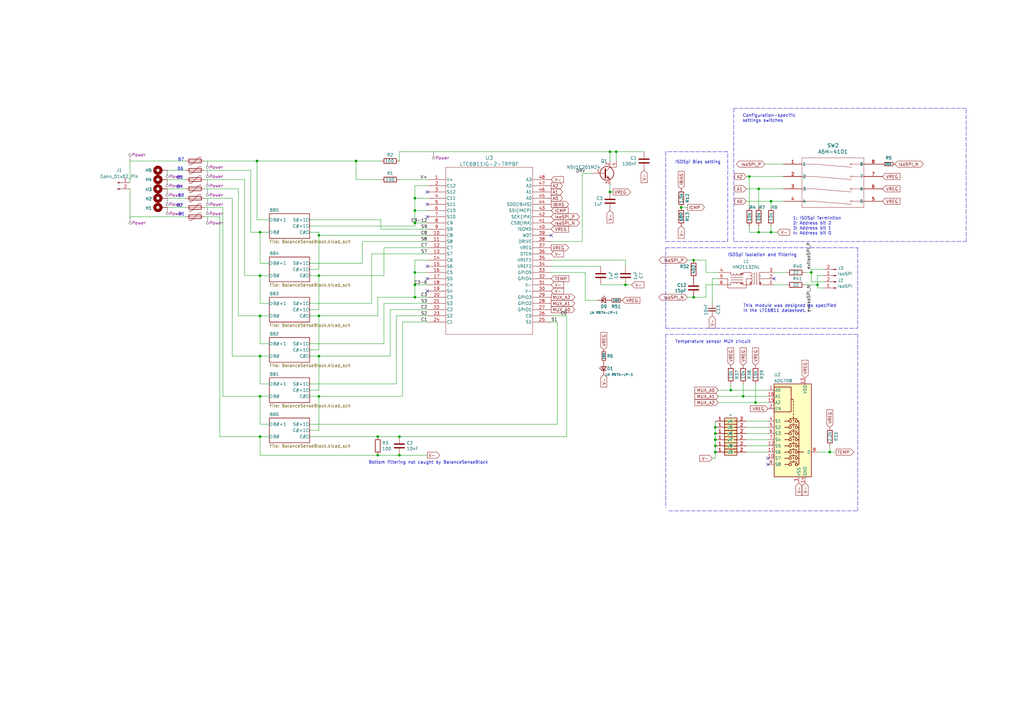
<source format=kicad_sch>
(kicad_sch (version 20231120) (generator "eeschema") (generator_version "8.0")
  (paper "A3")
  (lib_symbols
    (symbol "Connector:Conn_01x02_Pin" (pin_names (offset 1.016) hide)
      (property "Reference" "J" (at 0 2.54 0))
      (property "Value" "Conn_01x02_Pin" (at 0 -5.08 0))
      (symbol "Conn_01x02_Pin_1_1"
        (pin passive line (at 5.08 0 180) (length 3.81) (name "Pin_1") (number "1"))
        (pin passive line (at 5.08 -2.54 180) (length 3.81) (name "Pin_2") (number "2"))
      )
    )
    (symbol "Connector_Generic:Conn_02x01" (pin_names (offset 1.016) hide)
      (property "Reference" "J" (at 1.27 2.54 0))
      (property "Value" "Conn_02x01" (at 1.27 -2.54 0))
      (symbol "Conn_02x01_1_1"
        (pin passive line (at -5.08 0 0) (length 3.81) (name "Pin_1") (number "1"))
        (pin passive line (at 7.62 0 180) (length 3.81) (name "Pin_2") (number "2"))
      )
    )
    (symbol "Device:C" (pin_numbers hide) (pin_names (offset 0.254))
      (property "Reference" "C" (at 0.635 2.54 0))
      (property "Value" "C" (at 0.635 -2.54 0))
      (symbol "C_1_1"
        (pin passive line (at 0 3.81 270) (length 2.794) (name "~") (number "1"))
        (pin passive line (at 0 -3.81 90) (length 2.794) (name "~") (number "2"))
      )
    )
    (symbol "Device:C_Small" (pin_numbers hide) (pin_names (offset 0.254) hide)
      (property "Reference" "C" (at 0.254 1.778 0))
      (property "Value" "C_Small" (at 0.254 -2.032 0))
      (symbol "C_Small_1_1"
        (pin passive line (at 0 2.54 270) (length 2.032) (name "~") (number "1"))
        (pin passive line (at 0 -2.54 90) (length 2.032) (name "~") (number "2"))
      )
    )
    (symbol "Device:LED_Small" (pin_numbers hide) (pin_names (offset 0.254) hide)
      (property "Reference" "D" (at -1.27 3.175 0))
      (property "Value" "LED_Small" (at -4.445 -2.54 0))
      (symbol "LED_Small_1_1"
        (pin passive line (at -2.54 0 0) (length 1.778) (name "K") (number "1"))
        (pin passive line (at 2.54 0 180) (length 1.778) (name "A") (number "2"))
      )
    )
    (symbol "Device:Polyfuse" (pin_numbers hide) (pin_names (offset 0))
      (property "Reference" "F" (at -2.54 0 90))
      (property "Value" "Polyfuse" (at 2.54 0 90))
      (symbol "Polyfuse_1_1"
        (pin passive line (at 0 3.81 270) (length 1.27) (name "~") (number "1"))
        (pin passive line (at 0 -3.81 90) (length 1.27) (name "~") (number "2"))
      )
    )
    (symbol "Device:Q_NPN_BCEC" (pin_names (offset 0) hide)
      (property "Reference" "Q" (at 5.08 1.27 0))
      (property "Value" "Q_NPN_BCEC" (at 5.08 -1.27 0))
      (symbol "Q_NPN_BCEC_1_1"
        (pin input line (at -5.08 0 0) (length 5.715) (name "B") (number "1"))
        (pin passive line (at 2.54 5.08 270) (length 2.54) (name "C") (number "2"))
        (pin passive line (at 2.54 -5.08 90) (length 2.54) (name "E") (number "3"))
        (pin passive line (at 5.08 5.08 270) (length 2.54) (name "C") (number "4"))
      )
    )
    (symbol "Device:R" (pin_numbers hide) (pin_names (offset 0))
      (property "Reference" "R" (at 2.032 0 90))
      (property "Value" "R" (at 0 0 90))
      (symbol "R_1_1"
        (pin passive line (at 0 3.81 270) (length 1.27) (name "~") (number "1"))
        (pin passive line (at 0 -3.81 90) (length 1.27) (name "~") (number "2"))
      )
    )
    (symbol "Device:R_Small" (pin_numbers hide) (pin_names (offset 0.254) hide)
      (property "Reference" "R" (at 0.762 0.508 0))
      (property "Value" "R_Small" (at 0.762 -1.016 0))
      (symbol "R_Small_1_1"
        (pin passive line (at 0 2.54 270) (length 0.762) (name "~") (number "1"))
        (pin passive line (at 0 -2.54 90) (length 0.762) (name "~") (number "2"))
      )
    )
    (symbol "FSSymbols:ADG708" (pin_names (offset 0.254))
      (property "Reference" "U" (at -7.62 23.495 0))
      (property "Value" "ADG708" (at -7.62 21.59 0))
      (symbol "ADG708_1_1"
        (pin input line (at -10.16 15.24 0) (length 2.54) (name "A0") (number "1"))
        (pin bidirectional line (at -10.16 -12.7 0) (length 2.54) (name "S7") (number "10"))
        (pin bidirectional line (at -10.16 -10.16 0) (length 2.54) (name "S6") (number "11"))
        (pin bidirectional line (at -10.16 -7.62 0) (length 2.54) (name "S5") (number "12"))
        (pin power_in line (at 5.08 20.32 270) (length 2.54) (name "VDD") (number "13"))
        (pin power_in line (at 5.08 -22.86 90) (length 2.54) (name "GND") (number "14"))
        (pin input line (at -10.16 10.16 0) (length 2.54) (name "A2") (number "15"))
        (pin input line (at -10.16 12.7 0) (length 2.54) (name "A1") (number "16"))
        (pin input line (at -10.16 7.62 0) (length 2.54) (name "EN") (number "2"))
        (pin power_in line (at 2.54 -22.86 90) (length 2.54) (name "VSS") (number "3"))
        (pin bidirectional line (at -10.16 2.54 0) (length 2.54) (name "S1") (number "4"))
        (pin bidirectional line (at -10.16 0 0) (length 2.54) (name "S2") (number "5"))
        (pin bidirectional line (at -10.16 -2.54 0) (length 2.54) (name "S3") (number "6"))
        (pin bidirectional line (at -10.16 -5.08 0) (length 2.54) (name "S4") (number "7"))
        (pin bidirectional line (at 10.16 -10.16 180) (length 2.54) (name "D") (number "8"))
        (pin bidirectional line (at -10.16 -15.24 0) (length 2.54) (name "S8") (number "9"))
      )
    )
    (symbol "FSSymbols:HM2113ZNL" (pin_names (offset 0.254) hide)
      (property "Reference" "L" (at 0 7.62 0))
      (property "Value" "HM2113ZNL" (at 0 5.08 0))
      (symbol "HM2113ZNL_1_1"
        (pin passive line (at 11.43 -2.54 180) (length 2.54) (name "1") (number "1"))
        (pin passive line (at 11.43 0 180) (length 2.54) (name "2") (number "2"))
        (pin passive line (at 11.43 2.54 180) (length 2.54) (name "3") (number "3"))
        (pin passive line (at -11.43 2.54 0) (length 2.54) (name "4") (number "4"))
        (pin passive line (at -11.43 0 0) (length 2.54) (name "5") (number "5"))
        (pin passive line (at -11.43 -2.54 0) (length 2.54) (name "6") (number "6"))
      )
    )
    (symbol "FS_3_Global_Symbol_Library:A6H-4101" (pin_names (offset 0.254))
      (property "Reference" "SW" (at 20.32 7.62 0))
      (property "Value" "A6H-4101" (at 20.32 5.08 0))
      (symbol "A6H-4101_0_1"
        (pin unspecified line (at 0 0 0) (length 7.62) (name "1") (number "1"))
        (pin unspecified line (at 0 -5.08 0) (length 7.62) (name "2") (number "2"))
        (pin unspecified line (at 0 -10.16 0) (length 7.62) (name "3") (number "3"))
        (pin unspecified line (at 0 -15.24 0) (length 7.62) (name "4") (number "4"))
        (pin unspecified line (at 40.64 -15.24 180) (length 7.62) (name "5") (number "5"))
        (pin unspecified line (at 40.64 -10.16 180) (length 7.62) (name "6") (number "6"))
        (pin unspecified line (at 40.64 -5.08 180) (length 7.62) (name "7") (number "7"))
        (pin unspecified line (at 40.64 0 180) (length 7.62) (name "8") (number "8"))
      )
    )
    (symbol "FS_3_Global_Symbol_Library:LTC6811IG-2-TRPBF" (pin_names (offset 0.254))
      (property "Reference" "U" (at 25.4 10.16 0))
      (property "Value" "LTC6811IG-2-TRPBF" (at 25.4 7.62 0))
      (symbol "LTC6811IG-2-TRPBF_0_1"
        (pin power_in line (at 0 0 0) (length 7.62) (name "V+") (number "1"))
        (pin input line (at 0 -22.86 0) (length 7.62) (name "C8") (number "10"))
        (pin bidirectional line (at 0 -25.4 0) (length 7.62) (name "S8") (number "11"))
        (pin input line (at 0 -27.94 0) (length 7.62) (name "C7") (number "12"))
        (pin bidirectional line (at 0 -30.48 0) (length 7.62) (name "S7") (number "13"))
        (pin input line (at 0 -33.02 0) (length 7.62) (name "C6") (number "14"))
        (pin bidirectional line (at 0 -35.56 0) (length 7.62) (name "S6") (number "15"))
        (pin input line (at 0 -38.1 0) (length 7.62) (name "C5") (number "16"))
        (pin bidirectional line (at 0 -40.64 0) (length 7.62) (name "S5") (number "17"))
        (pin input line (at 0 -43.18 0) (length 7.62) (name "C4") (number "18"))
        (pin bidirectional line (at 0 -45.72 0) (length 7.62) (name "S4") (number "19"))
        (pin input line (at 0 -2.54 0) (length 7.62) (name "C12") (number "2"))
        (pin input line (at 0 -48.26 0) (length 7.62) (name "C3") (number "20"))
        (pin bidirectional line (at 0 -50.8 0) (length 7.62) (name "S3") (number "21"))
        (pin input line (at 0 -53.34 0) (length 7.62) (name "C2") (number "22"))
        (pin bidirectional line (at 0 -55.88 0) (length 7.62) (name "S2") (number "23"))
        (pin input line (at 0 -58.42 0) (length 7.62) (name "C1") (number "24"))
        (pin bidirectional line (at 50.8 -58.42 180) (length 7.62) (name "S1") (number "25"))
        (pin input line (at 50.8 -55.88 180) (length 7.62) (name "C0") (number "26"))
        (pin bidirectional line (at 50.8 -53.34 180) (length 7.62) (name "GPIO1") (number "27"))
        (pin bidirectional line (at 50.8 -50.8 180) (length 7.62) (name "GPIO2") (number "28"))
        (pin bidirectional line (at 50.8 -48.26 180) (length 7.62) (name "GPIO3") (number "29"))
        (pin bidirectional line (at 0 -5.08 0) (length 7.62) (name "S12") (number "3"))
        (pin power_in line (at 50.8 -45.72 180) (length 7.62) (name "V-") (number "30"))
        (pin power_in line (at 50.8 -43.18 180) (length 7.62) (name "V-") (number "31"))
        (pin bidirectional line (at 50.8 -40.64 180) (length 7.62) (name "GPIO4") (number "32"))
        (pin bidirectional line (at 50.8 -38.1 180) (length 7.62) (name "GPIO5") (number "33"))
        (pin power_in line (at 50.8 -35.56 180) (length 7.62) (name "VREF2") (number "34"))
        (pin power_in line (at 50.8 -33.02 180) (length 7.62) (name "VREF1") (number "35"))
        (pin input line (at 50.8 -30.48 180) (length 7.62) (name "DTEN") (number "36"))
        (pin power_in line (at 50.8 -27.94 180) (length 7.62) (name "VREG") (number "37"))
        (pin power_in line (at 50.8 -25.4 180) (length 7.62) (name "DRIVE") (number "38"))
        (pin output line (at 50.8 -22.86 180) (length 7.62) (name "WDT") (number "39"))
        (pin input line (at 0 -7.62 0) (length 7.62) (name "C11") (number "4"))
        (pin unspecified line (at 50.8 -20.32 180) (length 7.62) (name "ISOMD") (number "40"))
        (pin bidirectional line (at 50.8 -17.78 180) (length 7.62) (name "CSB(IMA)") (number "41"))
        (pin bidirectional line (at 50.8 -15.24 180) (length 7.62) (name "SCK(IPA)") (number "42"))
        (pin unspecified line (at 50.8 -12.7 180) (length 7.62) (name "SDI(IMCP)") (number "43"))
        (pin unspecified line (at 50.8 -10.16 180) (length 7.62) (name "SDO(IBIAS)") (number "44"))
        (pin input line (at 50.8 -7.62 180) (length 7.62) (name "A0") (number "45"))
        (pin input line (at 50.8 -5.08 180) (length 7.62) (name "A1") (number "46"))
        (pin input line (at 50.8 -2.54 180) (length 7.62) (name "A2") (number "47"))
        (pin input line (at 50.8 0 180) (length 7.62) (name "A3") (number "48"))
        (pin bidirectional line (at 0 -10.16 0) (length 7.62) (name "S11") (number "5"))
        (pin input line (at 0 -12.7 0) (length 7.62) (name "C10") (number "6"))
        (pin bidirectional line (at 0 -15.24 0) (length 7.62) (name "S10") (number "7"))
        (pin input line (at 0 -17.78 0) (length 7.62) (name "C9") (number "8"))
        (pin bidirectional line (at 0 -20.32 0) (length 7.62) (name "S9") (number "9"))
      )
    )
    (symbol "Mechanical:MountingHole_Pad" (pin_numbers hide) (pin_names (offset 1.016) hide) (exclude_from_sim yes) (in_bom no)
      (property "Reference" "H" (at 0 6.35 0))
      (property "Value" "MountingHole_Pad" (at 0 4.445 0))
      (symbol "MountingHole_Pad_1_1"
        (pin input line (at 0 -2.54 90) (length 2.54) (name "1") (number "1"))
      )
    )
  )
  (junction (at 170.18 116.84))
  (junction (at 340.36 185.42))
  (junction (at 106.68 113.03))
  (junction (at 130.81 113.03))
  (junction (at 284.48 121.92))
  (junction (at 130.81 129.54))
  (junction (at 106.68 95.25))
  (junction (at 250.19 78.74))
  (junction (at 170.18 111.76))
  (junction (at 293.37 185.42))
  (junction (at 146.05 66.04))
  (junction (at 304.8 162.56))
  (junction (at 105.41 66.04))
  (junction (at 170.18 91.44))
  (junction (at 284.48 106.68))
  (junction (at 293.37 177.8))
  (junction (at 299.72 160.02))
  (junction (at 311.15 95.25))
  (junction (at 256.54 116.84))
  (junction (at 106.68 162.56))
  (junction (at 163.83 186.69))
  (junction (at 279.4 85.09))
  (junction (at 154.94 186.69))
  (junction (at 252.73 62.23))
  (junction (at 106.68 146.05))
  (junction (at 130.81 162.56))
  (junction (at 130.81 146.05))
  (junction (at 332.74 111.76))
  (junction (at 316.23 95.25))
  (junction (at 170.18 121.92))
  (junction (at 250.19 62.23))
  (junction (at 106.68 179.07))
  (junction (at 170.18 81.28))
  (junction (at 154.94 179.07))
  (junction (at 293.37 180.34))
  (junction (at 335.28 116.84))
  (junction (at 130.81 96.52))
  (junction (at 170.18 86.36))
  (junction (at 309.88 165.1))
  (junction (at 106.68 129.54))
  (junction (at 307.34 72.39))
  (junction (at 293.37 182.88))
  (junction (at 311.15 77.47))
  (junction (at 316.23 82.55))
  (junction (at 293.37 175.26))
  (junction (at 163.83 179.07))
  (no_connect (at 175.26 109.22))
  (no_connect (at 314.96 190.5))
  (no_connect (at 175.26 88.9))
  (no_connect (at 317.5 114.3))
  (no_connect (at 175.26 119.38))
  (no_connect (at 314.96 187.96))
  (no_connect (at 175.26 114.3))
  (no_connect (at 175.26 78.74))
  (no_connect (at 226.06 96.52))
  (no_connect (at 175.26 83.82))
  (wire (pts (xy 251.46 78.74) (xy 250.19 78.74)))
  (wire (pts (xy 127 92.71) (xy 170.18 92.71)))
  (wire (pts (xy 311.15 77.47) (xy 311.15 85.09)))
  (wire (pts (xy 335.28 116.84) (xy 330.2 116.84)))
  (wire (pts (xy 335.28 116.84) (xy 335.28 118.11)))
  (wire (pts (xy 110.49 107.95) (xy 106.68 107.95)))
  (wire (pts (xy 127 162.56) (xy 130.81 162.56)))
  (polyline (pts (xy 351.79 209.55) (xy 351.79 137.16)) (stroke (width 0) (type dash)))
  (wire (pts (xy 163.83 62.23) (xy 250.19 62.23)))
  (wire (pts (xy 100.33 113.03) (xy 106.68 113.03)))
  (wire (pts (xy 311.15 95.25) (xy 311.15 92.71)))
  (wire (pts (xy 97.79 129.54) (xy 106.68 129.54)))
  (wire (pts (xy 106.68 113.03) (xy 106.68 124.46)))
  (wire (pts (xy 170.18 92.71) (xy 170.18 91.44)))
  (wire (pts (xy 170.18 106.68) (xy 175.26 106.68)))
  (wire (pts (xy 170.18 111.76) (xy 170.18 106.68)))
  (wire (pts (xy 314.96 185.42) (xy 306.07 185.42)))
  (wire (pts (xy 293.37 175.26) (xy 293.37 177.8)))
  (wire (pts (xy 90.17 179.07) (xy 106.68 179.07)))
  (wire (pts (xy 106.68 140.97) (xy 110.49 140.97)))
  (wire (pts (xy 152.4 104.14) (xy 152.4 124.46)))
  (wire (pts (xy 106.68 95.25) (xy 106.68 107.95)))
  (wire (pts (xy 228.6 132.08) (xy 228.6 173.99)))
  (wire (pts (xy 110.49 173.99) (xy 106.68 173.99)))
  (wire (pts (xy 170.18 76.2) (xy 175.26 76.2)))
  (wire (pts (xy 106.68 162.56) (xy 110.49 162.56)))
  (wire (pts (xy 127 140.97) (xy 157.48 140.97)))
  (wire (pts (xy 332.74 111.76) (xy 332.74 115.57)))
  (wire (pts (xy 340.36 182.88) (xy 340.36 185.42)))
  (wire (pts (xy 160.02 146.05) (xy 160.02 127)))
  (wire (pts (xy 330.2 111.76) (xy 332.74 111.76)))
  (wire (pts (xy 154.94 121.92) (xy 154.94 129.54)))
  (wire (pts (xy 154.94 121.92) (xy 170.18 121.92)))
  (wire (pts (xy 165.1 132.08) (xy 165.1 162.56)))
  (wire (pts (xy 91.44 162.56) (xy 106.68 162.56)))
  (wire (pts (xy 53.34 66.04) (xy 76.2 66.04)))
  (wire (pts (xy 127 110.49) (xy 130.81 110.49)))
  (wire (pts (xy 246.38 116.84) (xy 256.54 116.84)))
  (wire (pts (xy 146.05 66.04) (xy 156.21 66.04)))
  (polyline (pts (xy 274.32 209.55) (xy 351.79 209.55)) (stroke (width 0) (type dash)))
  (wire (pts (xy 130.81 96.52) (xy 130.81 110.49)))
  (wire (pts (xy 110.49 157.48) (xy 106.68 157.48)))
  (wire (pts (xy 232.41 179.07) (xy 232.41 129.54)))
  (wire (pts (xy 306.07 82.55) (xy 316.23 82.55)))
  (wire (pts (xy 102.87 95.25) (xy 106.68 95.25)))
  (wire (pts (xy 127 143.51) (xy 130.81 143.51)))
  (wire (pts (xy 335.28 113.03) (xy 337.82 113.03)))
  (wire (pts (xy 148.59 99.06) (xy 175.26 99.06)))
  (wire (pts (xy 130.81 146.05) (xy 160.02 146.05)))
  (wire (pts (xy 322.58 116.84) (xy 317.5 116.84)))
  (wire (pts (xy 83.82 77.47) (xy 97.79 77.47)))
  (wire (pts (xy 127 157.48) (xy 162.56 157.48)))
  (wire (pts (xy 284.48 106.68) (xy 289.56 106.68)))
  (wire (pts (xy 314.96 180.34) (xy 306.07 180.34)))
  (wire (pts (xy 307.34 72.39) (xy 307.34 85.09)))
  (wire (pts (xy 293.37 180.34) (xy 293.37 182.88)))
  (wire (pts (xy 156.21 93.98) (xy 175.26 93.98)))
  (wire (pts (xy 130.81 129.54) (xy 154.94 129.54)))
  (wire (pts (xy 240.03 111.76) (xy 226.06 111.76)))
  (wire (pts (xy 106.68 173.99) (xy 106.68 162.56)))
  (wire (pts (xy 293.37 177.8) (xy 293.37 180.34)))
  (wire (pts (xy 106.68 124.46) (xy 110.49 124.46)))
  (wire (pts (xy 97.79 77.47) (xy 97.79 129.54)))
  (polyline (pts (xy 273.05 134.62) (xy 273.05 101.6)) (stroke (width 0) (type dash)))
  (wire (pts (xy 91.44 85.09) (xy 91.44 162.56)))
  (wire (pts (xy 293.37 172.72) (xy 293.37 175.26)))
  (wire (pts (xy 170.18 86.36) (xy 175.26 86.36)))
  (wire (pts (xy 289.56 111.76) (xy 294.64 111.76)))
  (wire (pts (xy 316.23 85.09) (xy 316.23 82.55)))
  (wire (pts (xy 152.4 104.14) (xy 175.26 104.14)))
  (wire (pts (xy 238.76 71.12) (xy 242.57 71.12)))
  (wire (pts (xy 226.06 129.54) (xy 232.41 129.54)))
  (wire (pts (xy 252.73 62.23) (xy 264.16 62.23)))
  (wire (pts (xy 83.82 81.28) (xy 95.25 81.28)))
  (wire (pts (xy 130.81 143.51) (xy 130.81 129.54)))
  (wire (pts (xy 148.59 107.95) (xy 148.59 99.06)))
  (wire (pts (xy 335.28 118.11) (xy 337.82 118.11)))
  (wire (pts (xy 250.19 62.23) (xy 252.73 62.23)))
  (wire (pts (xy 106.68 113.03) (xy 110.49 113.03)))
  (wire (pts (xy 154.94 179.07) (xy 163.83 179.07)))
  (wire (pts (xy 170.18 76.2) (xy 170.18 81.28)))
  (wire (pts (xy 165.1 132.08) (xy 175.26 132.08)))
  (wire (pts (xy 130.81 176.53) (xy 130.81 162.56)))
  (wire (pts (xy 289.56 106.68) (xy 289.56 111.76)))
  (wire (pts (xy 250.19 78.74) (xy 250.19 76.2)))
  (wire (pts (xy 127 90.17) (xy 156.21 90.17)))
  (wire (pts (xy 95.25 81.28) (xy 95.25 146.05)))
  (wire (pts (xy 130.81 113.03) (xy 127 113.03)))
  (wire (pts (xy 162.56 129.54) (xy 162.56 157.48)))
  (wire (pts (xy 332.74 110.49) (xy 332.74 111.76)))
  (wire (pts (xy 130.81 95.25) (xy 127 95.25)))
  (wire (pts (xy 105.41 66.04) (xy 146.05 66.04)))
  (wire (pts (xy 100.33 73.66) (xy 100.33 113.03)))
  (wire (pts (xy 105.41 66.04) (xy 105.41 90.17)))
  (wire (pts (xy 289.56 116.84) (xy 289.56 121.92)))
  (polyline (pts (xy 273.05 134.62) (xy 351.79 134.62)) (stroke (width 0) (type dash)))
  (wire (pts (xy 130.81 113.03) (xy 157.48 113.03)))
  (wire (pts (xy 130.81 146.05) (xy 127 146.05)))
  (wire (pts (xy 309.88 157.48) (xy 309.88 165.1)))
  (wire (pts (xy 106.68 157.48) (xy 106.68 146.05)))
  (wire (pts (xy 106.68 186.69) (xy 154.94 186.69)))
  (wire (pts (xy 228.6 132.08) (xy 226.06 132.08)))
  (wire (pts (xy 307.34 72.39) (xy 321.31 72.39)))
  (wire (pts (xy 316.23 92.71) (xy 316.23 95.25)))
  (wire (pts (xy 240.03 123.19) (xy 240.03 111.76)))
  (wire (pts (xy 110.49 90.17) (xy 105.41 90.17)))
  (wire (pts (xy 110.49 95.25) (xy 106.68 95.25)))
  (wire (pts (xy 293.37 185.42) (xy 293.37 187.96)))
  (wire (pts (xy 294.64 165.1) (xy 309.88 165.1)))
  (wire (pts (xy 130.81 160.02) (xy 130.81 146.05)))
  (wire (pts (xy 256.54 106.68) (xy 256.54 109.22)))
  (wire (pts (xy 68.58 69.85) (xy 76.2 69.85)))
  (wire (pts (xy 307.34 95.25) (xy 311.15 95.25)))
  (wire (pts (xy 175.26 91.44) (xy 170.18 91.44)))
  (wire (pts (xy 110.49 179.07) (xy 106.68 179.07)))
  (wire (pts (xy 162.56 129.54) (xy 175.26 129.54)))
  (wire (pts (xy 83.82 69.85) (xy 102.87 69.85)))
  (wire (pts (xy 170.18 111.76) (xy 175.26 111.76)))
  (polyline (pts (xy 396.24 44.45) (xy 300.99 44.45)) (stroke (width 0) (type dash)))
  (wire (pts (xy 170.18 121.92) (xy 175.26 121.92)))
  (wire (pts (xy 311.15 77.47) (xy 321.31 77.47)))
  (wire (pts (xy 252.73 66.04) (xy 252.73 62.23)))
  (wire (pts (xy 293.37 182.88) (xy 293.37 185.42)))
  (wire (pts (xy 95.25 146.05) (xy 106.68 146.05)))
  (wire (pts (xy 68.58 77.47) (xy 76.2 77.47)))
  (wire (pts (xy 292.1 187.96) (xy 293.37 187.96)))
  (wire (pts (xy 106.68 179.07) (xy 106.68 186.69)))
  (polyline (pts (xy 300.99 99.06) (xy 396.24 99.06)) (stroke (width 0) (type dash)))
  (wire (pts (xy 342.9 185.42) (xy 340.36 185.42)))
  (polyline (pts (xy 300.99 44.45) (xy 300.99 99.06)) (stroke (width 0) (type dash)))
  (polyline (pts (xy 273.05 62.23) (xy 273.05 99.06)) (stroke (width 0) (type dash)))
  (wire (pts (xy 304.8 162.56) (xy 314.96 162.56)))
  (wire (pts (xy 238.76 71.12) (xy 238.76 99.06)))
  (wire (pts (xy 110.49 129.54) (xy 106.68 129.54)))
  (wire (pts (xy 170.18 81.28) (xy 175.26 81.28)))
  (wire (pts (xy 289.56 116.84) (xy 294.64 116.84)))
  (wire (pts (xy 130.81 95.25) (xy 130.81 96.52)))
  (wire (pts (xy 157.48 101.6) (xy 157.48 113.03)))
  (wire (pts (xy 281.94 121.92) (xy 284.48 121.92)))
  (wire (pts (xy 170.18 81.28) (xy 170.18 86.36)))
  (wire (pts (xy 317.5 111.76) (xy 322.58 111.76)))
  (wire (pts (xy 306.07 172.72) (xy 314.96 172.72)))
  (polyline (pts (xy 273.05 137.16) (xy 273.05 208.28)) (stroke (width 0) (type dash)))
  (wire (pts (xy 170.18 116.84) (xy 175.26 116.84)))
  (wire (pts (xy 83.82 66.04) (xy 105.41 66.04)))
  (wire (pts (xy 130.81 129.54) (xy 127 129.54)))
  (wire (pts (xy 304.8 157.48) (xy 304.8 162.56)))
  (wire (pts (xy 53.34 88.9) (xy 76.2 88.9)))
  (wire (pts (xy 314.96 175.26) (xy 306.07 175.26)))
  (polyline (pts (xy 298.45 62.23) (xy 273.05 62.23)) (stroke (width 0) (type dash)))
  (wire (pts (xy 106.68 129.54) (xy 106.68 140.97)))
  (wire (pts (xy 130.81 113.03) (xy 130.81 127)))
  (polyline (pts (xy 298.45 99.06) (xy 298.45 62.23)) (stroke (width 0) (type dash)))
  (wire (pts (xy 130.81 162.56) (xy 165.1 162.56)))
  (wire (pts (xy 163.83 62.23) (xy 163.83 66.04)))
  (wire (pts (xy 335.28 116.84) (xy 335.28 113.03)))
  (polyline (pts (xy 396.24 99.06) (xy 396.24 44.45)) (stroke (width 0) (type dash)))
  (wire (pts (xy 316.23 95.25) (xy 311.15 95.25)))
  (wire (pts (xy 127 107.95) (xy 148.59 107.95)))
  (wire (pts (xy 83.82 85.09) (xy 91.44 85.09)))
  (wire (pts (xy 316.23 82.55) (xy 321.31 82.55)))
  (polyline (pts (xy 351.79 101.6) (xy 351.79 134.62)) (stroke (width 0) (type dash)))
  (wire (pts (xy 110.49 146.05) (xy 106.68 146.05)))
  (wire (pts (xy 299.72 157.48) (xy 299.72 160.02)))
  (wire (pts (xy 163.83 186.69) (xy 175.26 186.69)))
  (polyline (pts (xy 273.05 99.06) (xy 298.45 99.06)) (stroke (width 0) (type dash)))
  (polyline (pts (xy 273.05 101.6) (xy 351.79 101.6)) (stroke (width 0) (type dash)))
  (wire (pts (xy 127 160.02) (xy 130.81 160.02)))
  (wire (pts (xy 306.07 77.47) (xy 311.15 77.47)))
  (wire (pts (xy 170.18 111.76) (xy 170.18 116.84)))
  (wire (pts (xy 130.81 96.52) (xy 175.26 96.52)))
  (wire (pts (xy 156.21 73.66) (xy 146.05 73.66)))
  (wire (pts (xy 307.34 92.71) (xy 307.34 95.25)))
  (wire (pts (xy 226.06 109.22) (xy 246.38 109.22)))
  (wire (pts (xy 53.34 77.47) (xy 53.34 88.9)))
  (wire (pts (xy 156.21 90.17) (xy 156.21 93.98)))
  (wire (pts (xy 53.34 74.93) (xy 53.34 66.04)))
  (wire (pts (xy 146.05 66.04) (xy 146.05 73.66)))
  (wire (pts (xy 281.94 85.09) (xy 279.4 85.09)))
  (wire (pts (xy 127 173.99) (xy 228.6 173.99)))
  (wire (pts (xy 281.94 106.68) (xy 284.48 106.68)))
  (wire (pts (xy 127 127) (xy 130.81 127)))
  (polyline (pts (xy 351.79 137.16) (xy 273.05 137.16)) (stroke (width 0) (type dash)))
  (wire (pts (xy 284.48 121.92) (xy 289.56 121.92)))
  (wire (pts (xy 68.58 85.09) (xy 76.2 85.09)))
  (wire (pts (xy 226.06 106.68) (xy 256.54 106.68)))
  (wire (pts (xy 250.19 62.23) (xy 250.19 66.04)))
  (wire (pts (xy 90.17 88.9) (xy 90.17 179.07)))
  (wire (pts (xy 299.72 160.02) (xy 314.96 160.02)))
  (wire (pts (xy 127 124.46) (xy 152.4 124.46)))
  (wire (pts (xy 294.64 160.02) (xy 299.72 160.02)))
  (wire (pts (xy 332.74 115.57) (xy 337.82 115.57)))
  (wire (pts (xy 316.23 95.25) (xy 318.77 95.25)))
  (wire (pts (xy 226.06 99.06) (xy 238.76 99.06)))
  (wire (pts (xy 163.83 73.66) (xy 175.26 73.66)))
  (wire (pts (xy 313.69 67.31) (xy 321.31 67.31)))
  (wire (pts (xy 175.26 101.6) (xy 157.48 101.6)))
  (wire (pts (xy 170.18 116.84) (xy 170.18 121.92)))
  (wire (pts (xy 245.11 123.19) (xy 240.03 123.19)))
  (wire (pts (xy 306.07 72.39) (xy 307.34 72.39)))
  (wire (pts (xy 163.83 179.07) (xy 232.41 179.07)))
  (wire (pts (xy 294.64 162.56) (xy 304.8 162.56)))
  (wire (pts (xy 340.36 185.42) (xy 335.28 185.42)))
  (wire (pts (xy 256.54 116.84) (xy 259.08 116.84)))
  (wire (pts (xy 306.07 182.88) (xy 314.96 182.88)))
  (wire (pts (xy 160.02 127) (xy 175.26 127)))
  (wire (pts (xy 292.1 124.46) (xy 292.1 114.3)))
  (wire (pts (xy 154.94 186.69) (xy 163.83 186.69)))
  (wire (pts (xy 309.88 165.1) (xy 314.96 165.1)))
  (wire (pts (xy 292.1 114.3) (xy 294.64 114.3)))
  (wire (pts (xy 83.82 88.9) (xy 90.17 88.9)))
  (wire (pts (xy 127 176.53) (xy 130.81 176.53)))
  (wire (pts (xy 170.18 86.36) (xy 170.18 91.44)))
  (wire (pts (xy 306.07 177.8) (xy 314.96 177.8)))
  (wire (pts (xy 68.58 81.28) (xy 76.2 81.28)))
  (wire (pts (xy 83.82 73.66) (xy 100.33 73.66)))
  (wire (pts (xy 157.48 124.46) (xy 157.48 140.97)))
  (wire (pts (xy 127 179.07) (xy 154.94 179.07)))
  (wire (pts (xy 68.58 73.66) (xy 76.2 73.66)))
  (wire (pts (xy 157.48 124.46) (xy 175.26 124.46)))
  (wire (pts (xy 337.82 110.49) (xy 332.74 110.49)))
  (wire (pts (xy 102.87 69.85) (xy 102.87 95.25)))
  (text "ISOSpi Bias setting" (at 276.86 67.31 0) (effects (font (size 1.27 1.27)) (justify left bottom)))
  (text "B6\n" (at 72.644 70.104 0) (effects (font (size 1.27 1.27)) (justify left bottom)))
  (text "This module was designed as specified\nin the LTC6811 datasheet." (at 304.8 128.27 0) (effects (font (size 1.27 1.27)) (justify left bottom)))
  (text "B5\n" (at 72.39 73.66 0) (effects (font (size 1.27 1.27)) (justify left bottom)))
  (text "Configuration-specific\nsettings switches" (at 304.546 50.292 0) (effects (font (size 1.27 1.27)) (justify left bottom)))
  (text "1: ISOSpi Termintion\n2: Address bit 2\n3: Address bit 1\n4: Address bit 0" (at 325.12 96.52 0) (effects (font (size 1.27 1.27)) (justify left bottom)))
  (text "Bottom filtering not caught by BalanceSenseBlock" (at 151.13 190.5 0) (effects (font (size 1.27 1.27)) (justify left bottom)))
  (text "B4" (at 72.39 77.47 0) (effects (font (size 1.27 1.27)) (justify left bottom)))
  (text "B2\n" (at 72.39 85.09 0) (effects (font (size 1.27 1.27)) (justify left bottom)))
  (text "Temperature sensor MUX circuit" (at 276.86 140.97 0) (effects (font (size 1.27 1.27)) (justify left bottom)))
  (text "B7" (at 72.898 66.294 0) (effects (font (size 1.27 1.27)) (justify left bottom)))
  (text "ISOSpi isolation and filtering" (at 298.45 105.41 0) (effects (font (size 1.27 1.27)) (justify left bottom)))
  (text "B3\n" (at 72.898 81.026 0) (effects (font (size 1.27 1.27)) (justify left bottom)))
  (text "B1\n" (at 73.152 88.646 0) (effects (font (size 1.27 1.27)) (justify left bottom)))
  (label "S2" (at 175.26 129.54 180))
  (label "C3" (at 175.26 121.92 180))
  (label "DRV" (at 240.03 71.12 180))
  (label "V+" (at 175.26 73.66 180))
  (label "C3-6" (at 175.26 116.84 180))
  (label "S7" (at 175.26 104.14 180))
  (label "C9-12" (at 175.26 91.44 180))
  (label "C7" (at 175.26 101.6 180))
  (label "S3" (at 175.26 124.46 180))
  (label "C8" (at 175.26 96.52 180))
  (label "S8" (at 175.26 99.06 180))
  (label "C2" (at 175.26 127 180))
  (label "C0" (at 229.87 129.54 0))
  (label "extIsoSPI_N" (at 332.74 116.84 270))
  (label "extIsoSPI_P" (at 332.74 110.49 90))
  (label "S9" (at 175.26 93.98 180))
  (label "S1" (at 226.06 132.08 0))
  (label "C1" (at 175.26 132.08 180))
  (global_label "V-" (shape input) (at 327.66 198.12 270) (property "Intersheetrefs" "${INTERSHEET_REFS}" (effects (hide yes))))
  (global_label "IsoSPI_P" (shape bidirectional) (at 281.94 106.68 180) (property "Intersheetrefs" "${INTERSHEET_REFS}" (effects (hide yes))))
  (global_label "VREG" (shape input) (at 226.06 93.98 0) (property "Intersheetrefs" "${INTERSHEET_REFS}" (effects (hide yes))))
  (global_label "VREG" (shape input) (at 314.96 167.64 180) (property "Intersheetrefs" "${INTERSHEET_REFS}" (effects (hide yes))))
  (global_label "A0" (shape input) (at 306.07 82.55 180) (property "Intersheetrefs" "${INTERSHEET_REFS}" (effects (hide yes))))
  (global_label "VREG" (shape input) (at 309.88 149.86 90) (property "Intersheetrefs" "${INTERSHEET_REFS}" (effects (hide yes))))
  (global_label "ICMP" (shape output) (at 281.94 85.09 0) (property "Intersheetrefs" "${INTERSHEET_REFS}" (effects (hide yes))))
  (global_label "MUX_A0" (shape output) (at 226.06 127 0) (property "Intersheetrefs" "${INTERSHEET_REFS}" (effects (hide yes))))
  (global_label "V-" (shape input) (at 330.2 198.12 270) (property "Intersheetrefs" "${INTERSHEET_REFS}" (effects (hide yes))))
  (global_label "TEMP" (shape input) (at 226.06 114.3 0) (property "Intersheetrefs" "${INTERSHEET_REFS}" (effects (hide yes))))
  (global_label "V-" (shape output) (at 175.26 186.69 0) (property "Intersheetrefs" "${INTERSHEET_REFS}" (effects (hide yes))))
  (global_label "V-" (shape input) (at 226.06 73.66 0) (property "Intersheetrefs" "${INTERSHEET_REFS}" (effects (hide yes))))
  (global_label "IsoSPI_P" (shape bidirectional) (at 313.69 67.31 180) (property "Intersheetrefs" "${INTERSHEET_REFS}" (effects (hide yes))))
  (global_label "V-" (shape input) (at 226.06 119.38 0) (property "Intersheetrefs" "${INTERSHEET_REFS}" (effects (hide yes))))
  (global_label "V-" (shape input) (at 250.19 86.36 270) (property "Intersheetrefs" "${INTERSHEET_REFS}" (effects (hide yes))))
  (global_label "VREG" (shape input) (at 361.95 82.55 0) (property "Intersheetrefs" "${INTERSHEET_REFS}" (effects (hide yes))))
  (global_label "VREG" (shape input) (at 255.27 123.19 0) (property "Intersheetrefs" "${INTERSHEET_REFS}" (effects (hide yes))))
  (global_label "IsoSPI_N" (shape bidirectional) (at 226.06 91.44 0) (property "Intersheetrefs" "${INTERSHEET_REFS}" (effects (hide yes))))
  (global_label "A1" (shape output) (at 226.06 78.74 0) (property "Intersheetrefs" "${INTERSHEET_REFS}" (effects (hide yes))))
  (global_label "IsoSPI_N" (shape bidirectional) (at 281.94 121.92 180) (property "Intersheetrefs" "${INTERSHEET_REFS}" (effects (hide yes))))
  (global_label "V-" (shape input) (at 318.77 95.25 0) (property "Intersheetrefs" "${INTERSHEET_REFS}" (effects (hide yes))))
  (global_label "MUX_A1" (shape output) (at 226.06 124.46 0) (property "Intersheetrefs" "${INTERSHEET_REFS}" (effects (hide yes))))
  (global_label "V-" (shape input) (at 247.65 153.67 270) (property "Intersheetrefs" "${INTERSHEET_REFS}" (effects (hide yes))))
  (global_label "VREG" (shape output) (at 251.46 78.74 0) (property "Intersheetrefs" "${INTERSHEET_REFS}" (effects (hide yes))))
  (global_label "VREG" (shape input) (at 304.8 149.86 90) (property "Intersheetrefs" "${INTERSHEET_REFS}" (effects (hide yes))))
  (global_label "V-" (shape input) (at 264.16 69.85 270) (property "Intersheetrefs" "${INTERSHEET_REFS}" (effects (hide yes))))
  (global_label "IsoSPI_P" (shape bidirectional) (at 226.06 88.9 0) (property "Intersheetrefs" "${INTERSHEET_REFS}" (effects (hide yes))))
  (global_label "V-" (shape input) (at 226.06 104.14 0) (property "Intersheetrefs" "${INTERSHEET_REFS}" (effects (hide yes))))
  (global_label "ICMP" (shape input) (at 226.06 86.36 0) (property "Intersheetrefs" "${INTERSHEET_REFS}" (effects (hide yes))))
  (global_label "VREG" (shape input) (at 299.72 149.86 90) (property "Intersheetrefs" "${INTERSHEET_REFS}" (effects (hide yes))))
  (global_label "V-" (shape input) (at 292.1 129.54 270) (property "Intersheetrefs" "${INTERSHEET_REFS}" (effects (hide yes))))
  (global_label "A0" (shape output) (at 226.06 81.28 0) (property "Intersheetrefs" "${INTERSHEET_REFS}" (effects (hide yes))))
  (global_label "TEMP" (shape output) (at 342.9 185.42 0) (property "Intersheetrefs" "${INTERSHEET_REFS}" (effects (hide yes))))
  (global_label "V-" (shape input) (at 259.08 116.84 0) (property "Intersheetrefs" "${INTERSHEET_REFS}" (effects (hide yes))))
  (global_label "VREG" (shape input) (at 361.95 77.47 0) (property "Intersheetrefs" "${INTERSHEET_REFS}" (effects (hide yes))))
  (global_label "VREG" (shape input) (at 330.2 154.94 90) (property "Intersheetrefs" "${INTERSHEET_REFS}" (effects (hide yes))))
  (global_label "VREG" (shape input) (at 247.65 143.51 90) (property "Intersheetrefs" "${INTERSHEET_REFS}" (effects (hide yes))))
  (global_label "VREG" (shape input) (at 361.95 72.39 0) (property "Intersheetrefs" "${INTERSHEET_REFS}" (effects (hide yes))))
  (global_label "V-" (shape input) (at 292.1 187.96 180) (property "Intersheetrefs" "${INTERSHEET_REFS}" (effects (hide yes))))
  (global_label "V-" (shape input) (at 226.06 116.84 0) (property "Intersheetrefs" "${INTERSHEET_REFS}" (effects (hide yes))))
  (global_label "A2" (shape input) (at 306.07 72.39 180) (property "Intersheetrefs" "${INTERSHEET_REFS}" (effects (hide yes))))
  (global_label "V-" (shape input) (at 279.4 92.71 270) (property "Intersheetrefs" "${INTERSHEET_REFS}" (effects (hide yes))))
  (global_label "IBIAS" (shape input) (at 279.4 77.47 90) (property "Intersheetrefs" "${INTERSHEET_REFS}" (effects (hide yes))))
  (global_label "A1" (shape input) (at 306.07 77.47 180) (property "Intersheetrefs" "${INTERSHEET_REFS}" (effects (hide yes))))
  (global_label "MUX_A2" (shape output) (at 226.06 121.92 0) (property "Intersheetrefs" "${INTERSHEET_REFS}" (effects (hide yes))))
  (global_label "MUX_A2" (shape input) (at 294.64 165.1 180) (property "Intersheetrefs" "${INTERSHEET_REFS}" (effects (hide yes))))
  (global_label "IBIAS" (shape output) (at 226.06 83.82 0) (property "Intersheetrefs" "${INTERSHEET_REFS}" (effects (hide yes))))
  (global_label "MUX_A1" (shape input) (at 294.64 162.56 180) (property "Intersheetrefs" "${INTERSHEET_REFS}" (effects (hide yes))))
  (global_label "VREG" (shape output) (at 226.06 101.6 0) (property "Intersheetrefs" "${INTERSHEET_REFS}" (effects (hide yes))))
  (global_label "VREG" (shape input) (at 340.36 175.26 90) (property "Intersheetrefs" "${INTERSHEET_REFS}" (effects (hide yes))))
  (global_label "MUX_A0" (shape input) (at 294.64 160.02 180) (property "Intersheetrefs" "${INTERSHEET_REFS}" (effects (hide yes))))
  (global_label "A2" (shape output) (at 226.06 76.2 0) (property "Intersheetrefs" "${INTERSHEET_REFS}" (effects (hide yes))))
  (global_label "IsoSPI_N" (shape bidirectional) (at 367.03 67.31 0) (property "Intersheetrefs" "${INTERSHEET_REFS}" (effects (hide yes))))
  (netclass_flag "" (length 2.54) (shape round) (at 85.09 81.28 180) (property "Netclass" "Power" (at 85.6996 83.82 0) (effects (font (italic yes)) (justify left))))
  (netclass_flag "" (length 2.54) (shape round) (at 53.34 66.04 0) (property "Netclass" "Power" (at 53.9496 63.5 0) (effects (font (italic yes)) (justify left))))
  (netclass_flag "" (length 2.54) (shape round) (at 85.09 85.09 180) (property "Netclass" "Power" (at 85.6996 87.63 0) (effects (font (italic yes)) (justify left))))
  (netclass_flag "" (length 2.54) (shape round) (at 68.58 73.66 180) (property "Netclass" "Power" (at 69.1896 76.2 0) (effects (font (italic yes)) (justify left))))
  (netclass_flag "" (length 2.54) (shape round) (at 53.34 88.9 180) (property "Netclass" "Power" (at 53.9496 91.44 0) (effects (font (italic yes)) (justify left))))
  (netclass_flag "" (length 2.54) (shape round) (at 68.58 77.47 180) (property "Netclass" "Power" (at 69.1896 80.01 0) (effects (font (italic yes)) (justify left))))
  (netclass_flag "" (length 2.54) (shape round) (at 85.09 77.47 180) (property "Netclass" "Power" (at 85.6996 80.01 0) (effects (font (italic yes)) (justify left))))
  (netclass_flag "" (length 2.54) (shape round) (at 85.09 88.9 180) (property "Netclass" "Power" (at 85.6996 91.44 0) (effects (font (italic yes)) (justify left))))
  (netclass_flag "" (length 2.54) (shape round) (at 68.58 81.28 180) (property "Netclass" "Power" (at 69.1896 83.82 0) (effects (font (italic yes)) (justify left))))
  (netclass_flag "" (length 2.54) (shape round) (at 68.58 69.85 180) (property "Netclass" "Power" (at 69.1896 72.39 0) (effects (font (italic yes)) (justify left))))
  (netclass_flag "" (length 2.54) (shape round) (at 68.58 85.09 180) (property "Netclass" "Power" (at 69.1896 87.63 0) (effects (font (italic yes)) (justify left))))
  (netclass_flag "" (length 2.54) (shape round) (at 85.09 69.85 180) (property "Netclass" "Power" (at 85.6996 72.39 0) (effects (font (italic yes)) (justify left))))
  (netclass_flag "" (length 2.54) (shape round) (at 85.09 73.66 180) (property "Netclass" "Power" (at 85.6996 76.2 0) (effects (font (italic yes)) (justify left))))
  (netclass_flag "" (length 2.54) (shape round) (at 85.09 66.04 180) (property "Netclass" "Power" (at 85.6996 68.58 0) (effects (font (italic yes)) (justify left))))
  (netclass_flag "" (length 2.54) (shape round) (at 177.8 62.23 180) (property "Netclass" "Power" (at 178.4096 64.77 0) (effects (font (italic yes)) (justify left))))
  (symbol (lib_id "Device:R") (at 160.02 66.04 270) (unit 1)
    (property "Reference" "R2" (at 160.02 63.5 90))
    (property "Value" "100" (at 159.766 66.04 90))
    (property "Footprint" "Resistor_SMD:R_0805_2012Metric_Pad1.20x1.40mm_HandSolder" (effects (hide yes)))
  )
  (symbol (lib_id "Device:R") (at 279.4 81.28 180) (unit 1)
    (property "Reference" "R12" (at 281.94 81.28 90))
    (property "Value" "1.5k" (at 279.4 81.28 90))
    (property "Footprint" "Resistor_SMD:R_0805_2012Metric_Pad1.20x1.40mm_HandSolder" (effects (hide yes)))
  )
  (symbol (lib_id "Connector:Conn_01x02_Pin") (at 342.9 113.03 180) (unit 1)
    (property "Reference" "J3" (at 343.5858 109.982 0) (effects (justify right)))
    (property "Value" "IsoSPI" (at 343.5858 112.2934 0) (effects (justify right)))
    (property "Footprint" "Connector_Molex:Molex_Nano-Fit_105313-xx02_1x02_P2.50mm_Horizontal" (effects (hide yes)))
    (property "Description" "Generic connector, single row, 01x02, script generated" (effects (hide yes)))
  )
  (symbol (lib_id "Device:R") (at 279.4 88.9 180) (unit 1)
    (property "Reference" "R13" (at 281.94 88.9 90))
    (property "Value" "680" (at 279.4 88.9 90))
    (property "Footprint" "Resistor_SMD:R_0805_2012Metric_Pad1.20x1.40mm_HandSolder" (effects (hide yes)))
  )
  (symbol (lib_id "Device:Q_NPN_BCEC") (at 247.65 71.12 0) (unit 1)
    (property "Reference" "Q1" (at 246.38 66.04 0) (effects (justify left)))
    (property "Value" "NSV1C201MZ4" (at 232.41 68.58 0) (effects (justify left)))
    (property "Footprint" "Package_TO_SOT_SMD:SOT-223" (effects (hide yes)))
    (property "Datasheet" "https://www.onsemi.com/pub/Collateral/NSS1C201MZ4-D.PDF" (effects (hide yes)))
  )
  (symbol (lib_id "Device:C") (at 250.19 82.55 0) (mirror y) (unit 1)
    (property "Reference" "C3" (at 247.269 81.3816 0) (effects (justify left)))
    (property "Value" "1uF" (at 247.269 83.693 0) (effects (justify left)))
    (property "Footprint" "Capacitor_SMD:C_0805_2012Metric_Pad1.18x1.45mm_HandSolder" (effects (hide yes)))
  )
  (symbol (lib_id "Device:C") (at 264.16 66.04 0) (mirror y) (unit 1)
    (property "Reference" "C1" (at 261.239 64.8716 0) (effects (justify left)))
    (property "Value" "100nF" (at 261.239 67.183 0) (effects (justify left)))
    (property "Footprint" "Capacitor_SMD:C_0805_2012Metric_Pad1.18x1.45mm_HandSolder" (effects (hide yes)))
  )
  (symbol (lib_id "FSSymbols:ADG708") (at 325.12 175.26 0) (unit 1)
    (property "Reference" "U2" (at 317.5 153.67 0) (effects (justify left)))
    (property "Value" "ADG708" (at 317.5 156.21 0) (effects (justify left)))
    (property "Footprint" "Package_SO:TSSOP-16_4.4x5mm_P0.65mm" (effects (hide yes)))
    (property "Datasheet" "https://www.analog.com/media/en/technical-documentation/data-sheets/ADG708_709.pdf" (effects (hide yes)))
  )
  (symbol (lib_id "Device:C") (at 256.54 113.03 180) (unit 1)
    (property "Reference" "C7" (at 262.9408 113.03 90))
    (property "Value" "1uF" (at 260.6294 113.03 90))
    (property "Footprint" "Capacitor_SMD:C_0805_2012Metric_Pad1.18x1.45mm_HandSolder" (effects (hide yes)))
  )
  (symbol (lib_id "Device:C") (at 246.38 113.03 180) (unit 1)
    (property "Reference" "C6" (at 252.7808 113.03 90))
    (property "Value" "1uF" (at 250.4694 113.03 90))
    (property "Footprint" "Capacitor_SMD:C_0805_2012Metric_Pad1.18x1.45mm_HandSolder" (effects (hide yes)))
  )
  (symbol (lib_id "FSSymbols:HM2113ZNL") (at 306.07 114.3 0) (unit 1)
    (property "Reference" "L1" (at 306.07 107.2388 0))
    (property "Value" "HM2113ZNL" (at 306.07 109.5502 0))
    (property "Footprint" "FS_3_Global_Footprint_Library:HM2113ZNLT" (effects (hide yes)))
  )
  (symbol (lib_id "Device:R") (at 340.36 179.07 180) (unit 1)
    (property "Reference" "R33" (at 342.9 179.07 90))
    (property "Value" "2.2k" (at 340.36 179.07 90))
    (property "Footprint" "Resistor_SMD:R_0805_2012Metric_Pad1.20x1.40mm_HandSolder" (effects (hide yes)))
  )
  (symbol (lib_id "Device:R") (at 311.15 88.9 0) (unit 1)
    (property "Reference" "R7" (at 311.15 85.09 0) (effects (justify left)))
    (property "Value" "10k" (at 311.15 88.9 90))
    (property "Footprint" "Resistor_SMD:R_0805_2012Metric_Pad1.20x1.40mm_HandSolder" (effects (hide yes)))
  )
  (symbol (lib_id "Device:R") (at 316.23 88.9 0) (unit 1)
    (property "Reference" "R8" (at 316.23 85.09 0) (effects (justify left)))
    (property "Value" "10k" (at 316.23 88.9 90))
    (property "Footprint" "Resistor_SMD:R_0805_2012Metric_Pad1.20x1.40mm_HandSolder" (effects (hide yes)))
  )
  (symbol (lib_id "Device:R") (at 326.39 111.76 270) (mirror x) (unit 1)
    (property "Reference" "R40" (at 325.12 109.22 90) (effects (justify left)))
    (property "Value" "22" (at 326.39 111.76 90))
    (property "Footprint" "Resistor_SMD:R_0805_2012Metric_Pad1.20x1.40mm_HandSolder" (effects (hide yes)))
  )
  (symbol (lib_id "Device:R") (at 326.39 116.84 270) (mirror x) (unit 1)
    (property "Reference" "R41" (at 325.12 114.3 90) (effects (justify left)))
    (property "Value" "22" (at 326.39 116.84 90))
    (property "Footprint" "Resistor_SMD:R_0805_2012Metric_Pad1.20x1.40mm_HandSolder" (effects (hide yes)))
  )
  (symbol (lib_id "Device:R") (at 299.72 153.67 180) (unit 1)
    (property "Reference" "R37" (at 302.26 153.67 90))
    (property "Value" "10k" (at 299.72 153.67 90))
    (property "Footprint" "Resistor_SMD:R_0805_2012Metric_Pad1.20x1.40mm_HandSolder" (effects (hide yes)))
  )
  (symbol (lib_id "Device:R") (at 304.8 153.67 180) (unit 1)
    (property "Reference" "R38" (at 307.34 153.67 90))
    (property "Value" "10k" (at 304.8 153.67 90))
    (property "Footprint" "Resistor_SMD:R_0805_2012Metric_Pad1.20x1.40mm_HandSolder" (effects (hide yes)))
  )
  (symbol (lib_id "Device:R") (at 309.88 153.67 180) (unit 1)
    (property "Reference" "R39" (at 312.42 153.67 90))
    (property "Value" "10k" (at 309.88 153.67 90))
    (property "Footprint" "Resistor_SMD:R_0805_2012Metric_Pad1.20x1.40mm_HandSolder" (effects (hide yes)))
  )
  (symbol (lib_id "Device:R") (at 284.48 110.49 0) (mirror y) (unit 1)
    (property "Reference" "R32" (at 282.702 109.3216 0) (effects (justify left)))
    (property "Value" "402" (at 284.48 110.49 90))
    (property "Footprint" "Resistor_SMD:R_0805_2012Metric_Pad1.20x1.40mm_HandSolder" (effects (hide yes)))
  )
  (symbol (lib_id "Device:C") (at 284.48 118.11 0) (mirror x) (unit 1)
    (property "Reference" "C12" (at 281.5844 116.9416 0) (effects (justify right)))
    (property "Value" "15pF" (at 281.5844 119.253 0) (effects (justify right)))
    (property "Footprint" "Capacitor_SMD:C_0805_2012Metric_Pad1.18x1.45mm_HandSolder" (effects (hide yes)))
  )
  (symbol (lib_id "Device:C_Small") (at 292.1 127 0) (unit 1)
    (property "Reference" "C13" (at 294.64 127 90))
    (property "Value" "10nF" (at 289.56 127 90))
    (property "Footprint" "Capacitor_SMD:C_0805_2012Metric_Pad1.18x1.45mm_HandSolder" (effects (hide yes)))
  )
  (symbol (lib_id "Device:LED_Small") (at 247.65 151.13 90) (unit 1)
    (property "Reference" "D1" (at 250.19 151.13 90))
    (property "Value" "LH R974-LP-1" (at 254 153.67 90) (effects (font (size 0.9652 0.9652))))
    (property "Footprint" "LED_SMD:LED_0805_2012Metric_Pad1.15x1.40mm_HandSolder" (effects (hide yes)))
  )
  (symbol (lib_id "Device:R_Small") (at 247.65 146.05 180) (unit 1)
    (property "Reference" "R6" (at 250.19 146.05 0))
    (property "Value" "160" (at 247.65 146.05 90) (effects (font (size 0.9652 0.9652))))
    (property "Footprint" "Resistor_SMD:R_0805_2012Metric_Pad1.20x1.40mm_HandSolder" (effects (hide yes)))
  )
  (symbol (lib_id "Device:LED_Small") (at 247.65 123.19 0) (unit 1)
    (property "Reference" "D9" (at 247.65 125.73 0))
    (property "Value" "LH R974-LP-1" (at 247.65 128.27 0) (effects (font (size 0.9652 0.9652))))
    (property "Footprint" "LED_SMD:LED_0805_2012Metric_Pad1.15x1.40mm_HandSolder" (effects (hide yes)))
  )
  (symbol (lib_id "Device:R_Small") (at 252.73 123.19 90) (unit 1)
    (property "Reference" "R51" (at 252.73 125.73 90))
    (property "Value" "160" (at 252.73 123.19 90) (effects (font (size 0.9652 0.9652))))
    (property "Footprint" "Resistor_SMD:R_0805_2012Metric_Pad1.20x1.40mm_HandSolder" (effects (hide yes)))
  )
  (symbol (lib_id "Connector:Conn_01x02_Pin") (at 342.9 118.11 180) (unit 1)
    (property "Reference" "J2" (at 343.5858 115.062 0) (effects (justify right)))
    (property "Value" "IsoSPI" (at 343.5858 117.3734 0) (effects (justify right)))
    (property "Footprint" "Connector_Molex:Molex_Nano-Fit_105313-xx02_1x02_P2.50mm_Horizontal" (effects (hide yes)))
    (property "Description" "Generic connector, single row, 01x02, script generated" (effects (hide yes)))
  )
  (symbol (lib_id "Device:R") (at 160.02 73.66 270) (unit 1)
    (property "Reference" "R1" (at 160.02 71.12 90))
    (property "Value" "100" (at 160.02 73.66 90))
    (property "Footprint" "Resistor_SMD:R_0805_2012Metric_Pad1.20x1.40mm_HandSolder" (effects (hide yes)))
  )
  (symbol (lib_id "Device:Polyfuse") (at 80.01 66.04 270) (unit 1)
    (property "Reference" "F2" (effects (hide yes)))
    (property "Value" "Polyfuse" (effects (hide yes)))
    (property "Footprint" "Fuse:Fuse_1812_4532Metric_Pad1.30x3.40mm_HandSolder" (effects (hide yes)))
  )
  (symbol (lib_id "Device:Polyfuse") (at 80.01 69.85 270) (unit 1)
    (property "Reference" "F3" (effects (hide yes)))
    (property "Value" "Polyfuse" (effects (hide yes)))
    (property "Footprint" "Fuse:Fuse_1812_4532Metric_Pad1.30x3.40mm_HandSolder" (effects (hide yes)))
  )
  (symbol (lib_id "Device:Polyfuse") (at 80.01 73.66 270) (unit 1)
    (property "Reference" "F4" (effects (hide yes)))
    (property "Value" "Polyfuse" (effects (hide yes)))
    (property "Footprint" "Fuse:Fuse_1812_4532Metric_Pad1.30x3.40mm_HandSolder" (effects (hide yes)))
  )
  (symbol (lib_id "Device:Polyfuse") (at 80.01 77.47 270) (unit 1)
    (property "Reference" "F5" (effects (hide yes)))
    (property "Value" "Polyfuse" (effects (hide yes)))
    (property "Footprint" "Fuse:Fuse_1812_4532Metric_Pad1.30x3.40mm_HandSolder" (effects (hide yes)))
  )
  (symbol (lib_id "Device:Polyfuse") (at 80.01 81.28 270) (unit 1)
    (property "Reference" "F6" (effects (hide yes)))
    (property "Value" "Polyfuse" (effects (hide yes)))
    (property "Footprint" "Fuse:Fuse_1812_4532Metric_Pad1.30x3.40mm_HandSolder" (effects (hide yes)))
  )
  (symbol (lib_id "Device:Polyfuse") (at 80.01 85.09 270) (unit 1)
    (property "Reference" "F7" (effects (hide yes)))
    (property "Value" "Polyfuse" (effects (hide yes)))
    (property "Footprint" "Fuse:Fuse_1812_4532Metric_Pad1.30x3.40mm_HandSolder" (effects (hide yes)))
  )
  (symbol (lib_id "Device:C") (at 163.83 182.88 0) (unit 1)
    (property "Reference" "C2" (at 166.751 181.7116 0) (effects (justify left)))
    (property "Value" "10nF" (at 166.751 184.023 0) (effects (justify left)))
    (property "Footprint" "Capacitor_SMD:C_0805_2012Metric_Pad1.18x1.45mm_HandSolder" (effects (hide yes)))
  )
  (symbol (lib_id "Device:Polyfuse") (at 80.01 88.9 270) (unit 1)
    (property "Reference" "F8" (effects (hide yes)))
    (property "Value" "Polyfuse" (effects (hide yes)))
    (property "Footprint" "Fuse:Fuse_1812_4532Metric_Pad1.30x3.40mm_HandSolder" (effects (hide yes)))
  )
  (symbol (lib_id "Device:R") (at 154.94 182.88 0) (unit 1)
    (property "Reference" "R3" (at 156.718 181.7116 0) (effects (justify left)))
    (property "Value" "100" (at 156.718 184.023 0) (effects (justify left)))
    (property "Footprint" "Capacitor_SMD:C_0805_2012Metric_Pad1.18x1.45mm_HandSolder" (effects (hide yes)))
  )
  (symbol (lib_id "Device:R") (at 307.34 88.9 0) (unit 1)
    (property "Reference" "R4" (at 307.34 85.09 0) (effects (justify left)))
    (property "Value" "10k" (at 307.34 88.9 90))
    (property "Footprint" "Resistor_SMD:R_0805_2012Metric_Pad1.20x1.40mm_HandSolder" (effects (hide yes)))
  )
  (symbol (lib_id "Device:R_Small") (at 364.49 67.31 270) (unit 1)
    (property "Reference" "R5" (at 364.49 64.77 90))
    (property "Value" "200" (at 364.236 67.31 90) (effects (font (size 0.9652 0.9652))))
    (property "Footprint" "Resistor_SMD:R_0805_2012Metric_Pad1.20x1.40mm_HandSolder" (effects (hide yes)))
  )
  (symbol (lib_id "Mechanical:MountingHole_Pad") (at 66.04 85.09 90) (unit 1) (exclude_from_sim yes) (in_bom no)
    (property "Reference" "H1" (at 60.96 85.344 90))
    (property "Value" "MountingHole_Pad" (effects (hide yes)))
    (property "Footprint" "MountingHole:MountingHole_3.2mm_M3_DIN965_Pad" (effects (hide yes)))
    (property "Description" "Mounting Hole with connection" (effects (hide yes)))
  )
  (symbol (lib_id "Connector_Generic:Conn_02x01") (at 298.45 185.42 0) (unit 1)
    (property "Reference" "J9" (at 299.466 185.42 0))
    (property "Value" "~" (at 299.72 182.88 0))
    (property "Footprint" "Connector_Molex:Molex_Nano-Fit_105313-xx02_1x02_P2.50mm_Horizontal" (effects (hide yes)))
    (property "Description" "Generic connector, double row, 02x01, this symbol is compatible with counter-clockwise, top-bottom and odd-even numbering schemes., script generated (kicad-library-utils/schlib/autogen/connector/)" (effects (hide yes)))
  )
  (symbol (lib_id "Connector_Generic:Conn_02x01") (at 298.45 180.34 0) (unit 1)
    (property "Reference" "J7" (at 299.466 180.34 0))
    (property "Value" "~" (at 299.72 177.8 0))
    (property "Footprint" "Connector_Molex:Molex_Nano-Fit_105313-xx02_1x02_P2.50mm_Horizontal" (effects (hide yes)))
    (property "Description" "Generic connector, double row, 02x01, this symbol is compatible with counter-clockwise, top-bottom and odd-even numbering schemes., script generated (kicad-library-utils/schlib/autogen/connector/)" (effects (hide yes)))
  )
  (symbol (lib_id "Connector_Generic:Conn_02x01") (at 298.45 175.26 0) (unit 1)
    (property "Reference" "J5" (at 299.466 175.26 0))
    (property "Value" "~" (at 299.72 172.72 0))
    (property "Footprint" "Connector_Molex:Molex_Nano-Fit_105313-xx02_1x02_P2.50mm_Horizontal" (effects (hide yes)))
    (property "Description" "Generic connector, double row, 02x01, this symbol is compatible with counter-clockwise, top-bottom and odd-even numbering schemes., script generated (kicad-library-utils/schlib/autogen/connector/)" (effects (hide yes)))
  )
  (symbol (lib_id "Mechanical:MountingHole_Pad") (at 66.04 81.28 90) (unit 1) (exclude_from_sim yes) (in_bom no)
    (property "Reference" "H2" (at 60.96 81.534 90))
    (property "Value" "MountingHole_Pad" (effects (hide yes)))
    (property "Footprint" "MountingHole:MountingHole_3.2mm_M3_DIN965_Pad" (effects (hide yes)))
    (property "Description" "Mounting Hole with connection" (effects (hide yes)))
  )
  (symbol (lib_id "Connector_Generic:Conn_02x01") (at 298.45 172.72 0) (unit 1)
    (property "Reference" "J4" (at 299.466 172.72 0))
    (property "Value" "~" (at 299.72 170.18 0))
    (property "Footprint" "Connector_Molex:Molex_Nano-Fit_105313-xx02_1x02_P2.50mm_Horizontal" (effects (hide yes)))
    (property "Description" "Generic connector, double row, 02x01, this symbol is compatible with counter-clockwise, top-bottom and odd-even numbering schemes., script generated (kicad-library-utils/schlib/autogen/connector/)" (effects (hide yes)))
  )
  (symbol (lib_id "Mechanical:MountingHole_Pad") (at 66.04 77.47 90) (unit 1) (exclude_from_sim yes) (in_bom no)
    (property "Reference" "H3" (at 60.96 77.724 90))
    (property "Value" "MountingHole_Pad" (effects (hide yes)))
    (property "Footprint" "MountingHole:MountingHole_3.2mm_M3_DIN965_Pad" (effects (hide yes)))
    (property "Description" "Mounting Hole with connection" (effects (hide yes)))
  )
  (symbol (lib_id "Mechanical:MountingHole_Pad") (at 66.04 69.85 90) (unit 1) (exclude_from_sim yes) (in_bom no)
    (property "Reference" "H5" (at 60.96 69.85 90))
    (property "Value" "MountingHole_Pad" (effects (hide yes)))
    (property "Footprint" "MountingHole:MountingHole_3.2mm_M3_DIN965_Pad" (effects (hide yes)))
    (property "Description" "Mounting Hole with connection" (effects (hide yes)))
  )
  (symbol (lib_id "FS_3_Global_Symbol_Library:LTC6811IG-2-TRPBF") (at 175.26 73.66 0) (unit 1)
    (property "Reference" "U3" (at 200.66 64.77 0) (effects (font (size 1.524 1.524))))
    (property "Value" "LTC6811IG-2-TRPBF" (at 200.66 67.31 0) (effects (font (size 1.524 1.524))))
    (property "Footprint" "FS_3_Global_Footprint_Library:LTC6811-2" (effects (hide yes)))
    (property "Datasheet" "LTC6811IG-2-TRPBF" (effects (hide yes)))
  )
  (symbol (lib_id "Connector_Generic:Conn_02x01") (at 298.45 177.8 0) (unit 1)
    (property "Reference" "J6" (at 299.466 177.8 0))
    (property "Value" "~" (at 299.72 175.26 0))
    (property "Footprint" "Connector_Molex:Molex_Nano-Fit_105313-xx02_1x02_P2.50mm_Horizontal" (effects (hide yes)))
    (property "Description" "Generic connector, double row, 02x01, this symbol is compatible with counter-clockwise, top-bottom and odd-even numbering schemes., script generated (kicad-library-utils/schlib/autogen/connector/)" (effects (hide yes)))
  )
  (symbol (lib_id "FS_3_Global_Symbol_Library:A6H-4101") (at 321.31 67.31 0) (unit 1)
    (property "Reference" "SW2" (at 341.63 59.69 0) (effects (font (size 1.524 1.524))))
    (property "Value" "A6H-4101" (at 341.63 62.23 0) (effects (font (size 1.524 1.524))))
    (property "Footprint" "FS_3_Global_Footprint_Library:SW_A6H-4101_OMR" (effects (hide yes)))
    (property "Datasheet" "A6H-4101" (effects (hide yes)))
  )
  (symbol (lib_id "Mechanical:MountingHole_Pad") (at 66.04 73.66 90) (unit 1) (exclude_from_sim yes) (in_bom no)
    (property "Reference" "H4" (at 60.96 73.66 90))
    (property "Value" "MountingHole_Pad" (effects (hide yes)))
    (property "Footprint" "MountingHole:MountingHole_3.2mm_M3_DIN965_Pad" (effects (hide yes)))
    (property "Description" "Mounting Hole with connection" (effects (hide yes)))
  )
  (symbol (lib_id "Connector_Generic:Conn_02x01") (at 298.45 182.88 0) (unit 1)
    (property "Reference" "J8" (at 299.466 182.88 0))
    (property "Value" "~" (at 299.72 180.34 0))
    (property "Footprint" "Connector_Molex:Molex_Nano-Fit_105313-xx02_1x02_P2.50mm_Horizontal" (effects (hide yes)))
    (property "Description" "Generic connector, double row, 02x01, this symbol is compatible with counter-clockwise, top-bottom and odd-even numbering schemes., script generated (kicad-library-utils/schlib/autogen/connector/)" (effects (hide yes)))
  )
  (symbol (lib_id "Connector:Conn_01x02_Pin") (at 48.26 74.93 0) (unit 1)
    (property "Reference" "J1" (at 48.895 69.85 0))
    (property "Value" "Conn_01x02_Pin" (at 48.895 72.39 0))
    (property "Footprint" "Connector_Molex:Molex_Nano-Fit_105313-xx02_1x02_P2.50mm_Horizontal" (effects (hide yes)))
    (property "Description" "Generic connector, single row, 01x02, script generated" (effects (hide yes)))
  )
  (sheet (at 110.49 87.63) (size 16.51 10.16)
    (property "Sheetname" "BB5" (at 110.49 86.9184 0) (effects (justify left bottom)))
    (property "Sheetfile" "BalanceSenseBlock.kicad_sch" (at 110.49 98.3746 0) (effects (justify left top)))
    (pin "C#+1" output (at 127 92.71 0))
    (pin "S#+1" output (at 127 90.17 0))
    (pin "C#" output (at 127 95.25 0))
    (pin "B#" input (at 110.49 95.25 180))
    (pin "B#+1" input (at 110.49 90.17 180))
  )
  (sheet (at 110.49 105.41) (size 16.51 10.16)
    (property "Sheetname" "BB4" (at 110.49 104.6984 0) (effects (justify left bottom)))
    (property "Sheetfile" "BalanceSenseBlock.kicad_sch" (at 110.49 116.1546 0) (effects (justify left top)))
    (pin "C#+1" output (at 127 110.49 0))
    (pin "S#+1" output (at 127 107.95 0))
    (pin "C#" output (at 127 113.03 0))
    (pin "B#" input (at 110.49 113.03 180))
    (pin "B#+1" input (at 110.49 107.95 180))
  )
  (sheet (at 110.49 121.92) (size 16.51 10.16)
    (property "Sheetname" "BB3" (at 110.49 121.2084 0) (effects (justify left bottom)))
    (property "Sheetfile" "BalanceSenseBlock.kicad_sch" (at 110.49 132.6646 0) (effects (justify left top)))
    (pin "C#+1" output (at 127 127 0))
    (pin "S#+1" output (at 127 124.46 0))
    (pin "C#" output (at 127 129.54 0))
    (pin "B#" input (at 110.49 129.54 180))
    (pin "B#+1" input (at 110.49 124.46 180))
  )
  (sheet (at 110.49 138.43) (size 16.51 10.16)
    (property "Sheetname" "BB2" (at 110.49 137.7184 0) (effects (justify left bottom)))
    (property "Sheetfile" "BalanceSenseBlock.kicad_sch" (at 110.49 149.1746 0) (effects (justify left top)))
    (pin "C#+1" output (at 127 143.51 0))
    (pin "S#+1" output (at 127 140.97 0))
    (pin "C#" output (at 127 146.05 0))
    (pin "B#" input (at 110.49 146.05 180))
    (pin "B#+1" input (at 110.49 140.97 180))
  )
  (sheet (at 110.49 154.94) (size 16.51 10.16)
    (property "Sheetname" "BB1" (at 110.49 154.2284 0) (effects (justify left bottom)))
    (property "Sheetfile" "BalanceSenseBlock.kicad_sch" (at 110.49 165.6846 0) (effects (justify left top)))
    (pin "C#+1" output (at 127 160.02 0))
    (pin "S#+1" output (at 127 157.48 0))
    (pin "C#" output (at 127 162.56 0))
    (pin "B#" input (at 110.49 162.56 180))
    (pin "B#+1" input (at 110.49 157.48 180))
  )
  (sheet (at 110.49 171.45) (size 16.51 10.16)
    (property "Sheetname" "BB0" (at 110.49 170.7384 0) (effects (justify left bottom)))
    (property "Sheetfile" "BalanceSenseBlock.kicad_sch" (at 110.49 182.1946 0) (effects (justify left top)))
    (pin "C#+1" output (at 127 176.53 0))
    (pin "S#+1" output (at 127 173.99 0))
    (pin "C#" output (at 127 179.07 0))
    (pin "B#" input (at 110.49 179.07 180))
    (pin "B#+1" input (at 110.49 173.99 180))
  )
)
</source>
